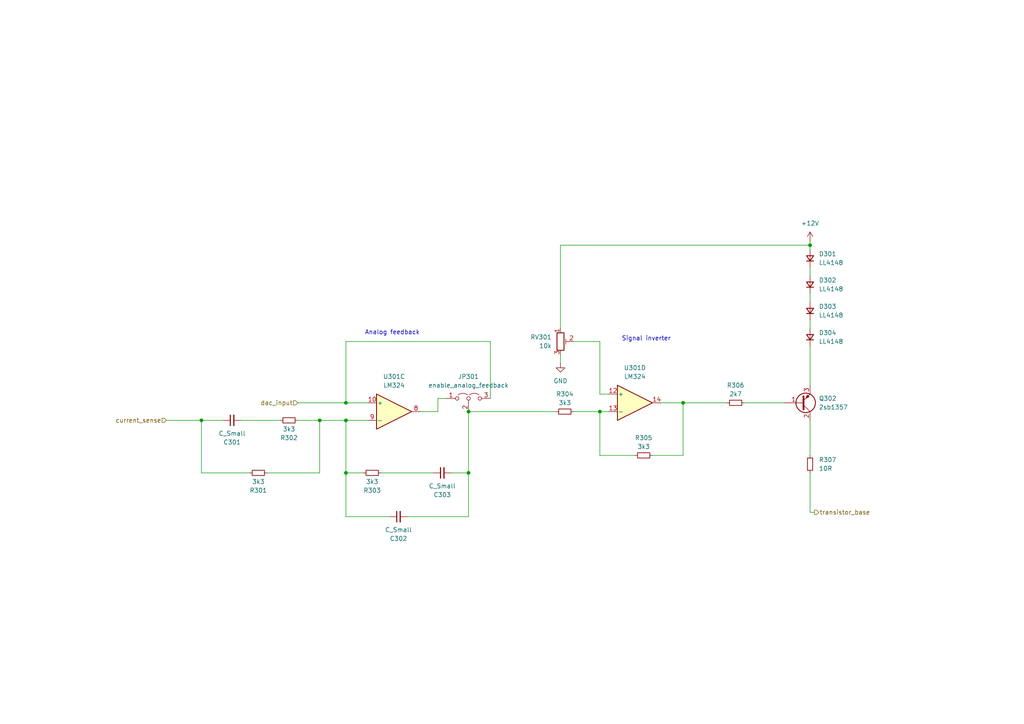
<source format=kicad_sch>
(kicad_sch (version 20231120) (generator "eeschema") (generator_version "8.0")
  (paper "A4")
  (lib_symbols
    (symbol "Amplifier_Operational:LM324" (pin_names (offset 0.127))
      (property "Reference" "U" (at 0 5.08 0))
      (property "Value" "LM324" (at 0 -5.08 0))
      (symbol "LM324_1_1"
        (polyline (pts (xy -5.08 5.08) (xy 5.08 0) (xy -5.08 -5.08) (xy -5.08 5.08)) (stroke (width 0.254)) (fill (type background)))
        (pin output line (at 7.62 0 180) (length 2.54) (name "~") (number "1"))
        (pin input line (at -7.62 -2.54 0) (length 2.54) (name "-") (number "2"))
        (pin input line (at -7.62 2.54 0) (length 2.54) (name "+") (number "3"))
      )
      (symbol "LM324_2_1"
        (polyline (pts (xy -5.08 5.08) (xy 5.08 0) (xy -5.08 -5.08) (xy -5.08 5.08)) (stroke (width 0.254)) (fill (type background)))
        (pin input line (at -7.62 2.54 0) (length 2.54) (name "+") (number "5"))
        (pin input line (at -7.62 -2.54 0) (length 2.54) (name "-") (number "6"))
        (pin output line (at 7.62 0 180) (length 2.54) (name "~") (number "7"))
      )
      (symbol "LM324_3_1"
        (polyline (pts (xy -5.08 5.08) (xy 5.08 0) (xy -5.08 -5.08) (xy -5.08 5.08)) (stroke (width 0.254)) (fill (type background)))
        (pin input line (at -7.62 2.54 0) (length 2.54) (name "+") (number "10"))
        (pin output line (at 7.62 0 180) (length 2.54) (name "~") (number "8"))
        (pin input line (at -7.62 -2.54 0) (length 2.54) (name "-") (number "9"))
      )
      (symbol "LM324_4_1"
        (polyline (pts (xy -5.08 5.08) (xy 5.08 0) (xy -5.08 -5.08) (xy -5.08 5.08)) (stroke (width 0.254)) (fill (type background)))
        (pin input line (at -7.62 2.54 0) (length 2.54) (name "+") (number "12"))
        (pin input line (at -7.62 -2.54 0) (length 2.54) (name "-") (number "13"))
        (pin output line (at 7.62 0 180) (length 2.54) (name "~") (number "14"))
      )
      (symbol "LM324_5_1"
        (pin power_in line (at -2.54 -7.62 90) (length 3.81) (name "V-") (number "11"))
        (pin power_in line (at -2.54 7.62 270) (length 3.81) (name "V+") (number "4"))
      )
    )
    (symbol "Device:C_Small" (pin_numbers hide) (pin_names (offset 0.254) hide)
      (property "Reference" "C" (at 0.254 1.778 0))
      (property "Value" "C_Small" (at 0.254 -2.032 0))
      (symbol "C_Small_0_1"
        (polyline (pts (xy -1.524 -0.508) (xy 1.524 -0.508)) (stroke (width 0.3302)))
        (polyline (pts (xy -1.524 0.508) (xy 1.524 0.508)) (stroke (width 0.3048)))
      )
      (symbol "C_Small_1_1"
        (pin passive line (at 0 2.54 270) (length 2.032) (name "~") (number "1"))
        (pin passive line (at 0 -2.54 90) (length 2.032) (name "~") (number "2"))
      )
    )
    (symbol "Device:D_Small" (pin_numbers hide) (pin_names (offset 0.254) hide)
      (property "Reference" "D" (at -1.27 2.032 0))
      (property "Value" "D_Small" (at -3.81 -2.032 0))
      (symbol "D_Small_0_1"
        (polyline (pts (xy -0.762 -1.016) (xy -0.762 1.016)) (stroke (width 0.254)))
        (polyline (pts (xy -0.762 0) (xy 0.762 0)))
        (polyline (pts (xy 0.762 -1.016) (xy -0.762 0) (xy 0.762 1.016) (xy 0.762 -1.016)) (stroke (width 0.254)))
      )
      (symbol "D_Small_1_1"
        (pin passive line (at -2.54 0 0) (length 1.778) (name "K") (number "1"))
        (pin passive line (at 2.54 0 180) (length 1.778) (name "A") (number "2"))
      )
    )
    (symbol "Device:Q_PNP_BCE" (pin_names (offset 0) hide)
      (property "Reference" "Q" (at 5.08 1.27 0))
      (property "Value" "Q_PNP_BCE" (at 5.08 -1.27 0))
      (symbol "Q_PNP_BCE_0_1"
        (polyline (pts (xy 0.635 0.635) (xy 2.54 2.54)))
        (polyline (pts (xy 0.635 -0.635) (xy 2.54 -2.54) (xy 2.54 -2.54)))
        (polyline (pts (xy 0.635 1.905) (xy 0.635 -1.905) (xy 0.635 -1.905)) (stroke (width 0.508)))
        (polyline (pts (xy 2.286 -1.778) (xy 1.778 -2.286) (xy 1.27 -1.27) (xy 2.286 -1.778) (xy 2.286 -1.778)) (fill (type outline)))
        (circle (center 1.27 0) (radius 2.8194) (stroke (width 0.254)))
      )
      (symbol "Q_PNP_BCE_1_1"
        (pin input line (at -5.08 0 0) (length 5.715) (name "B") (number "1"))
        (pin passive line (at 2.54 5.08 270) (length 2.54) (name "C") (number "2"))
        (pin passive line (at 2.54 -5.08 90) (length 2.54) (name "E") (number "3"))
      )
    )
    (symbol "Device:R_Potentiometer_Trim" (pin_names (offset 1.016) hide)
      (property "Reference" "RV" (at -4.445 0 90))
      (property "Value" "R_Potentiometer_Trim" (at -2.54 0 90))
      (symbol "R_Potentiometer_Trim_0_1"
        (polyline (pts (xy 1.524 0.762) (xy 1.524 -0.762)))
        (polyline (pts (xy 2.54 0) (xy 1.524 0)))
        (rectangle (start 1.016 2.54) (end -1.016 -2.54) (stroke (width 0.254)))
      )
      (symbol "R_Potentiometer_Trim_1_1"
        (pin passive line (at 0 3.81 270) (length 1.27) (name "1") (number "1"))
        (pin passive line (at 3.81 0 180) (length 1.27) (name "2") (number "2"))
        (pin passive line (at 0 -3.81 90) (length 1.27) (name "3") (number "3"))
      )
    )
    (symbol "Device:R_Small" (pin_numbers hide) (pin_names (offset 0.254) hide)
      (property "Reference" "R" (at 0.762 0.508 0))
      (property "Value" "R_Small" (at 0.762 -1.016 0))
      (symbol "R_Small_0_1"
        (rectangle (start -0.762 1.778) (end 0.762 -1.778) (stroke (width 0.2032)))
      )
      (symbol "R_Small_1_1"
        (pin passive line (at 0 2.54 270) (length 0.762) (name "~") (number "1"))
        (pin passive line (at 0 -2.54 90) (length 0.762) (name "~") (number "2"))
      )
    )
    (symbol "Jumper:Jumper_3_Open" (pin_names (offset 0) hide) (exclude_from_sim yes) (in_bom no)
      (property "Reference" "JP" (at -2.54 -2.54 0))
      (property "Value" "Jumper_3_Open" (at 0 2.794 0))
      (symbol "Jumper_3_Open_0_0"
        (circle (center -3.302 0) (radius 0.508))
        (circle (center 0 0) (radius 0.508))
        (circle (center 3.302 0) (radius 0.508))
      )
      (symbol "Jumper_3_Open_0_1"
        (arc (start -0.254 1.016) (mid -1.651 1.4992) (end -3.048 1.016))
        (polyline (pts (xy 0 -0.508) (xy 0 -1.27)))
        (arc (start 3.048 1.016) (mid 1.651 1.4992) (end 0.254 1.016))
      )
      (symbol "Jumper_3_Open_1_1"
        (pin passive line (at -6.35 0 0) (length 2.54) (name "A") (number "1"))
        (pin passive line (at 0 -3.81 90) (length 2.54) (name "C") (number "2"))
        (pin passive line (at 6.35 0 180) (length 2.54) (name "B") (number "3"))
      )
    )
    (symbol "power:+12V" (power) (pin_numbers hide) (pin_names (offset 0) hide)
      (property "Value" "+12V" (at 0 3.556 0))
      (symbol "+12V_0_1"
        (polyline (pts (xy -0.762 1.27) (xy 0 2.54)))
        (polyline (pts (xy 0 0) (xy 0 2.54)))
        (polyline (pts (xy 0 2.54) (xy 0.762 1.27)))
      )
      (symbol "+12V_1_1"
        (pin power_in line (at 0 0 90) (length 0) (name "~") (number "1"))
      )
    )
    (symbol "power:GND" (power) (pin_numbers hide) (pin_names (offset 0) hide)
      (property "Value" "GND" (at 0 -3.81 0))
      (symbol "GND_0_1"
        (polyline (pts (xy 0 0) (xy 0 -1.27) (xy 1.27 -1.27) (xy 0 -2.54) (xy -1.27 -1.27) (xy 0 -1.27)))
      )
      (symbol "GND_1_1"
        (pin power_in line (at 0 0 270) (length 0) (name "~") (number "1"))
      )
    )
  )
  (junction (at 58.42 121.92))
  (junction (at 135.89 119.38))
  (junction (at 100.33 121.92))
  (junction (at 173.99 119.38))
  (junction (at 135.89 137.16))
  (junction (at 198.12 116.84))
  (junction (at 92.71 121.92))
  (junction (at 100.33 116.84))
  (junction (at 100.33 137.16))
  (junction (at 234.95 71.12))
  (wire (pts (xy 166.37 119.38) (xy 173.99 119.38)))
  (wire (pts (xy 69.85 121.92) (xy 81.28 121.92)))
  (wire (pts (xy 234.95 69.85) (xy 234.95 71.12)))
  (wire (pts (xy 189.23 132.08) (xy 198.12 132.08)))
  (wire (pts (xy 142.24 115.57) (xy 142.24 99.06)))
  (wire (pts (xy 234.95 121.92) (xy 234.95 132.08)))
  (wire (pts (xy 135.89 119.38) (xy 161.29 119.38)))
  (wire (pts (xy 135.89 137.16) (xy 135.89 119.38)))
  (wire (pts (xy 92.71 121.92) (xy 92.71 137.16)))
  (wire (pts (xy 86.36 116.84) (xy 100.33 116.84)))
  (wire (pts (xy 162.56 102.87) (xy 162.56 105.41)))
  (wire (pts (xy 234.95 77.47) (xy 234.95 80.01)))
  (wire (pts (xy 86.36 121.92) (xy 92.71 121.92)))
  (wire (pts (xy 234.95 148.59) (xy 236.22 148.59)))
  (wire (pts (xy 129.54 115.57) (xy 127 115.57)))
  (wire (pts (xy 118.11 149.86) (xy 135.89 149.86)))
  (wire (pts (xy 100.33 121.92) (xy 106.68 121.92)))
  (wire (pts (xy 100.33 137.16) (xy 105.41 137.16)))
  (wire (pts (xy 135.89 149.86) (xy 135.89 137.16)))
  (wire (pts (xy 198.12 116.84) (xy 210.82 116.84)))
  (wire (pts (xy 191.77 116.84) (xy 198.12 116.84)))
  (wire (pts (xy 92.71 121.92) (xy 100.33 121.92)))
  (wire (pts (xy 173.99 119.38) (xy 176.53 119.38)))
  (wire (pts (xy 100.33 99.06) (xy 100.33 116.84)))
  (wire (pts (xy 166.37 99.06) (xy 173.99 99.06)))
  (wire (pts (xy 121.92 119.38) (xy 127 119.38)))
  (wire (pts (xy 142.24 99.06) (xy 100.33 99.06)))
  (wire (pts (xy 58.42 121.92) (xy 64.77 121.92)))
  (wire (pts (xy 184.15 132.08) (xy 173.99 132.08)))
  (wire (pts (xy 100.33 116.84) (xy 106.68 116.84)))
  (wire (pts (xy 173.99 132.08) (xy 173.99 119.38)))
  (wire (pts (xy 234.95 137.16) (xy 234.95 148.59)))
  (wire (pts (xy 162.56 71.12) (xy 234.95 71.12)))
  (wire (pts (xy 130.81 137.16) (xy 135.89 137.16)))
  (wire (pts (xy 234.95 92.71) (xy 234.95 95.25)))
  (wire (pts (xy 72.39 137.16) (xy 58.42 137.16)))
  (wire (pts (xy 48.26 121.92) (xy 58.42 121.92)))
  (wire (pts (xy 100.33 149.86) (xy 100.33 137.16)))
  (wire (pts (xy 176.53 114.3) (xy 173.99 114.3)))
  (wire (pts (xy 113.03 149.86) (xy 100.33 149.86)))
  (wire (pts (xy 58.42 137.16) (xy 58.42 121.92)))
  (wire (pts (xy 173.99 99.06) (xy 173.99 114.3)))
  (wire (pts (xy 234.95 71.12) (xy 234.95 72.39)))
  (wire (pts (xy 198.12 132.08) (xy 198.12 116.84)))
  (wire (pts (xy 234.95 100.33) (xy 234.95 111.76)))
  (wire (pts (xy 92.71 137.16) (xy 77.47 137.16)))
  (wire (pts (xy 110.49 137.16) (xy 125.73 137.16)))
  (wire (pts (xy 127 115.57) (xy 127 119.38)))
  (wire (pts (xy 215.9 116.84) (xy 227.33 116.84)))
  (wire (pts (xy 162.56 71.12) (xy 162.56 95.25)))
  (wire (pts (xy 100.33 121.92) (xy 100.33 137.16)))
  (wire (pts (xy 234.95 85.09) (xy 234.95 87.63)))
  (text "Signal inverter" (at 187.452 98.298 0) (effects (font (size 1.27 1.27))))
  (text "Analog feedback" (at 113.792 96.52 0) (effects (font (size 1.27 1.27))))
  (hierarchical_label "dac_input" (shape input) (at 86.36 116.84 180))
  (hierarchical_label "transistor_base" (shape output) (at 236.22 148.59 0))
  (hierarchical_label "current_sense" (shape input) (at 48.26 121.92 180))
  (symbol (lib_id "Device:R_Small") (at 83.82 121.92 90) (mirror x) (unit 1)
    (property "Reference" "R302" (at 83.82 127 90))
    (property "Value" "3k3" (at 83.82 124.46 90))
    (property "Footprint" "Resistor_SMD:R_0805_2012Metric_Pad1.20x1.40mm_HandSolder" (effects (hide yes)))
    (property "Description" "Resistor, small symbol" (effects (hide yes)))
  )
  (symbol (lib_id "Device:D_Small") (at 234.95 74.93 90) (unit 1)
    (property "Reference" "D301" (at 237.49 73.6599 90) (effects (justify right)))
    (property "Value" "LL4148" (at 237.49 76.1999 90) (effects (justify right)))
    (property "Footprint" "Diode_SMD:D_MiniMELF" (effects (hide yes)))
    (property "Description" "Diode, small symbol" (effects (hide yes)))
    (property "Sim.Device" "D" (effects (hide yes)))
    (property "Sim.Pins" "1=K 2=A" (effects (hide yes)))
  )
  (symbol (lib_id "Device:R_Small") (at 234.95 134.62 0) (unit 1)
    (property "Reference" "R307" (at 237.49 133.3499 0) (effects (justify left)))
    (property "Value" "10R" (at 237.49 135.8899 0) (effects (justify left)))
    (property "Footprint" "Resistor_SMD:R_0805_2012Metric_Pad1.20x1.40mm_HandSolder" (effects (hide yes)))
    (property "Description" "Resistor, small symbol" (effects (hide yes)))
  )
  (symbol (lib_id "Device:D_Small") (at 234.95 82.55 90) (unit 1)
    (property "Reference" "D302" (at 237.49 81.2799 90) (effects (justify right)))
    (property "Value" "LL4148" (at 237.49 83.8199 90) (effects (justify right)))
    (property "Footprint" "Diode_SMD:D_MiniMELF" (effects (hide yes)))
    (property "Description" "Diode, small symbol" (effects (hide yes)))
    (property "Sim.Device" "D" (effects (hide yes)))
    (property "Sim.Pins" "1=K 2=A" (effects (hide yes)))
  )
  (symbol (lib_id "Device:D_Small") (at 234.95 90.17 90) (unit 1)
    (property "Reference" "D303" (at 237.49 88.8999 90) (effects (justify right)))
    (property "Value" "LL4148" (at 237.49 91.4399 90) (effects (justify right)))
    (property "Footprint" "Diode_SMD:D_MiniMELF" (effects (hide yes)))
    (property "Description" "Diode, small symbol" (effects (hide yes)))
    (property "Sim.Device" "D" (effects (hide yes)))
    (property "Sim.Pins" "1=K 2=A" (effects (hide yes)))
  )
  (symbol (lib_id "Device:R_Small") (at 186.69 132.08 90) (unit 1)
    (property "Reference" "R305" (at 186.69 127 90))
    (property "Value" "3k3" (at 186.69 129.54 90))
    (property "Footprint" "Resistor_SMD:R_0805_2012Metric_Pad1.20x1.40mm_HandSolder" (effects (hide yes)))
    (property "Description" "Resistor, small symbol" (effects (hide yes)))
  )
  (symbol (lib_id "Amplifier_Operational:LM324") (at 114.3 119.38 0) (unit 3)
    (property "Reference" "U301" (at 114.3 109.22 0))
    (property "Value" "LM324" (at 114.3 111.76 0))
    (property "Footprint" "Package_SO:SOIC-14_3.9x8.7mm_P1.27mm" (effects (hide yes)))
    (property "Datasheet" "http://www.ti.com/lit/ds/symlink/lm2902-n.pdf" (effects (hide yes)))
    (property "Description" "Low-Power, Quad-Operational Amplifiers, DIP-14/SOIC-14/SSOP-14" (effects (hide yes)))
  )
  (symbol (lib_id "Device:C_Small") (at 115.57 149.86 90) (mirror x) (unit 1)
    (property "Reference" "C302" (at 115.5763 156.21 90))
    (property "Value" "C_Small" (at 115.5763 153.67 90))
    (property "Footprint" "Capacitor_SMD:C_0805_2012Metric_Pad1.18x1.45mm_HandSolder" (effects (hide yes)))
    (property "Description" "Unpolarized capacitor, small symbol" (effects (hide yes)))
  )
  (symbol (lib_id "Device:R_Small") (at 107.95 137.16 90) (mirror x) (unit 1)
    (property "Reference" "R303" (at 107.95 142.24 90))
    (property "Value" "3k3" (at 107.95 139.7 90))
    (property "Footprint" "Resistor_SMD:R_0805_2012Metric_Pad1.20x1.40mm_HandSolder" (effects (hide yes)))
    (property "Description" "Resistor, small symbol" (effects (hide yes)))
  )
  (symbol (lib_id "Device:R_Small") (at 213.36 116.84 90) (unit 1)
    (property "Reference" "R306" (at 213.36 111.76 90))
    (property "Value" "2k7" (at 213.36 114.3 90))
    (property "Footprint" "Resistor_SMD:R_0805_2012Metric_Pad1.20x1.40mm_HandSolder" (effects (hide yes)))
    (property "Description" "Resistor, small symbol" (effects (hide yes)))
  )
  (symbol (lib_id "power:GND") (at 162.56 105.41 0) (unit 1)
    (property "Reference" "#PWR0301" (effects (hide yes)))
    (property "Value" "GND" (at 162.56 110.49 0))
    (property "Description" "Power symbol creates a global label with name \"GND\" , ground" (effects (hide yes)))
  )
  (symbol (lib_id "Jumper:Jumper_3_Open") (at 135.89 115.57 0) (unit 1) (exclude_from_sim yes) (in_bom no)
    (property "Reference" "JP301" (at 135.89 109.22 0))
    (property "Value" "enable_analog_feedback" (at 135.89 111.76 0))
    (property "Footprint" "Jumper:SolderJumper-3_P2.0mm_Open_TrianglePad1.0x1.5mm" (effects (hide yes)))
    (property "Description" "Jumper, 3-pole, both open" (effects (hide yes)))
  )
  (symbol (lib_id "Device:R_Small") (at 74.93 137.16 90) (mirror x) (unit 1)
    (property "Reference" "R301" (at 74.93 142.24 90))
    (property "Value" "3k3" (at 74.93 139.7 90))
    (property "Footprint" "Resistor_SMD:R_0805_2012Metric_Pad1.20x1.40mm_HandSolder" (effects (hide yes)))
    (property "Description" "Resistor, small symbol" (effects (hide yes)))
  )
  (symbol (lib_id "Device:D_Small") (at 234.95 97.79 90) (unit 1)
    (property "Reference" "D304" (at 237.49 96.5199 90) (effects (justify right)))
    (property "Value" "LL4148" (at 237.49 99.0599 90) (effects (justify right)))
    (property "Footprint" "Diode_SMD:D_MiniMELF" (effects (hide yes)))
    (property "Description" "Diode, small symbol" (effects (hide yes)))
    (property "Sim.Device" "D" (effects (hide yes)))
    (property "Sim.Pins" "1=K 2=A" (effects (hide yes)))
  )
  (symbol (lib_id "Device:C_Small") (at 128.27 137.16 90) (mirror x) (unit 1)
    (property "Reference" "C303" (at 128.2763 143.51 90))
    (property "Value" "C_Small" (at 128.2763 140.97 90))
    (property "Footprint" "Capacitor_SMD:C_0805_2012Metric_Pad1.18x1.45mm_HandSolder" (effects (hide yes)))
    (property "Description" "Unpolarized capacitor, small symbol" (effects (hide yes)))
  )
  (symbol (lib_id "Device:Q_PNP_BCE") (at 232.41 116.84 0) (mirror x) (unit 1)
    (property "Reference" "Q302" (at 237.49 115.5699 0) (effects (justify left)))
    (property "Value" "2sb1357" (at 237.49 118.1099 0) (effects (justify left)))
    (property "Footprint" "Package_TO_SOT_THT:TO-126-3_Vertical" (effects (hide yes)))
    (property "Description" "PNP transistor, base/collector/emitter" (effects (hide yes)))
  )
  (symbol (lib_id "Amplifier_Operational:LM324") (at 184.15 116.84 0) (unit 4)
    (property "Reference" "U301" (at 184.15 106.68 0))
    (property "Value" "LM324" (at 184.15 109.22 0))
    (property "Footprint" "Package_SO:SOIC-14_3.9x8.7mm_P1.27mm" (effects (hide yes)))
    (property "Datasheet" "http://www.ti.com/lit/ds/symlink/lm2902-n.pdf" (effects (hide yes)))
    (property "Description" "Low-Power, Quad-Operational Amplifiers, DIP-14/SOIC-14/SSOP-14" (effects (hide yes)))
  )
  (symbol (lib_id "Device:C_Small") (at 67.31 121.92 90) (mirror x) (unit 1)
    (property "Reference" "C301" (at 67.3163 128.27 90))
    (property "Value" "C_Small" (at 67.3163 125.73 90))
    (property "Footprint" "Capacitor_SMD:C_0805_2012Metric_Pad1.18x1.45mm_HandSolder" (effects (hide yes)))
    (property "Description" "Unpolarized capacitor, small symbol" (effects (hide yes)))
  )
  (symbol (lib_id "Device:R_Potentiometer_Trim") (at 162.56 99.06 0) (unit 1)
    (property "Reference" "RV301" (at 160.02 97.7899 0) (effects (justify right)))
    (property "Value" "10k" (at 160.02 100.3299 0) (effects (justify right)))
    (property "Footprint" "Potentiometer_THT:Potentiometer_Bourns_3386W_Horizontal" (effects (hide yes)))
    (property "Description" "Trim-potentiometer" (effects (hide yes)))
  )
  (symbol (lib_id "power:+12V") (at 234.95 69.85 0) (unit 1)
    (property "Reference" "#PWR0302" (effects (hide yes)))
    (property "Value" "+12V" (at 234.95 64.77 0))
    (property "Description" "Power symbol creates a global label with name \"+12V\"" (effects (hide yes)))
  )
  (symbol (lib_id "Device:R_Small") (at 163.83 119.38 90) (unit 1)
    (property "Reference" "R304" (at 163.83 114.3 90))
    (property "Value" "3k3" (at 163.83 116.84 90))
    (property "Footprint" "Resistor_SMD:R_0805_2012Metric_Pad1.20x1.40mm_HandSolder" (effects (hide yes)))
    (property "Description" "Resistor, small symbol" (effects (hide yes)))
  )
)
</source>
